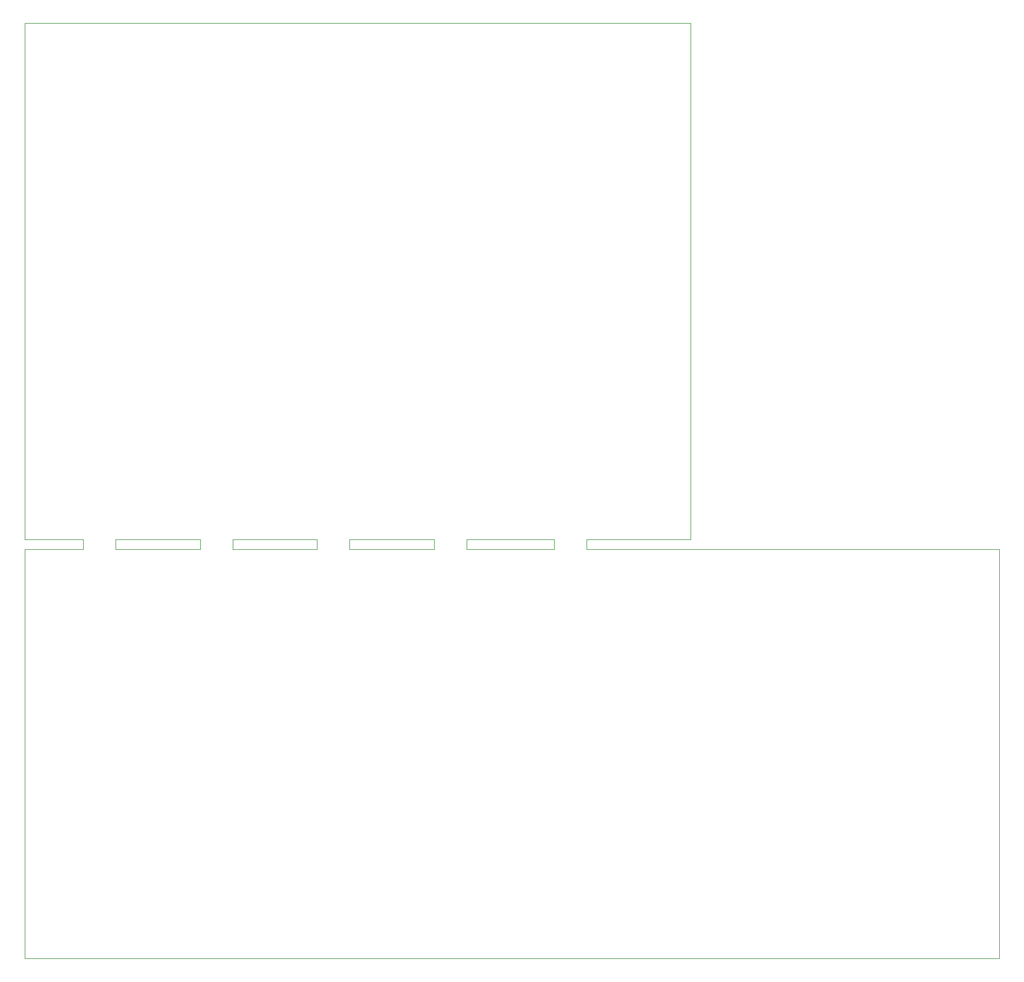
<source format=gbr>
%TF.GenerationSoftware,KiCad,Pcbnew,8.0.1*%
%TF.CreationDate,2024-04-25T15:56:32+03:00*%
%TF.ProjectId,Modul_Lcd_Butoane,4d6f6475-6c5f-44c6-9364-5f4275746f61,V1*%
%TF.SameCoordinates,Original*%
%TF.FileFunction,Profile,NP*%
%FSLAX46Y46*%
G04 Gerber Fmt 4.6, Leading zero omitted, Abs format (unit mm)*
G04 Created by KiCad (PCBNEW 8.0.1) date 2024-04-25 15:56:32*
%MOMM*%
%LPD*%
G01*
G04 APERTURE LIST*
%TA.AperFunction,Profile*%
%ADD10C,0.050000*%
%TD*%
G04 APERTURE END LIST*
D10*
X107500000Y-123500000D02*
X171000000Y-123500000D01*
X107500000Y-122000000D02*
X123500000Y-122000000D01*
X107500000Y-122000000D02*
X107500000Y-123500000D01*
X89000000Y-122000000D02*
X102500000Y-122000000D01*
X102500000Y-123500000D01*
X89000000Y-123500000D01*
X89000000Y-122000000D01*
X71000000Y-122000000D02*
X84000000Y-122000000D01*
X84000000Y-123500000D01*
X71000000Y-123500000D01*
X71000000Y-122000000D01*
X66000000Y-123500000D02*
X53000000Y-123500000D01*
X53000000Y-122000000D02*
X66000000Y-122000000D01*
X35000000Y-122000000D02*
X48000000Y-122000000D01*
X39000000Y-123500000D02*
X48000000Y-123500000D01*
X35000000Y-123500000D02*
X39000000Y-123500000D01*
X66000000Y-123500000D02*
X66000000Y-122000000D01*
X53000000Y-123500000D02*
X53000000Y-122000000D01*
X35000000Y-123500000D02*
X35000000Y-122000000D01*
X48000000Y-122000000D02*
X48000000Y-123500000D01*
X21000000Y-123500000D02*
X30000000Y-123500000D01*
X21000000Y-186500000D02*
X21000000Y-123500000D01*
X171000000Y-186500000D02*
X21000000Y-186500000D01*
X171000000Y-123500000D02*
X171000000Y-186500000D01*
X123500000Y-42500000D02*
X123500000Y-122000000D01*
X21000000Y-42500000D02*
X123500000Y-42500000D01*
X21000000Y-122000000D02*
X21000000Y-42500000D01*
X30000000Y-122000000D02*
X21000000Y-122000000D01*
X30000000Y-122000000D02*
X30000000Y-123500000D01*
M02*

</source>
